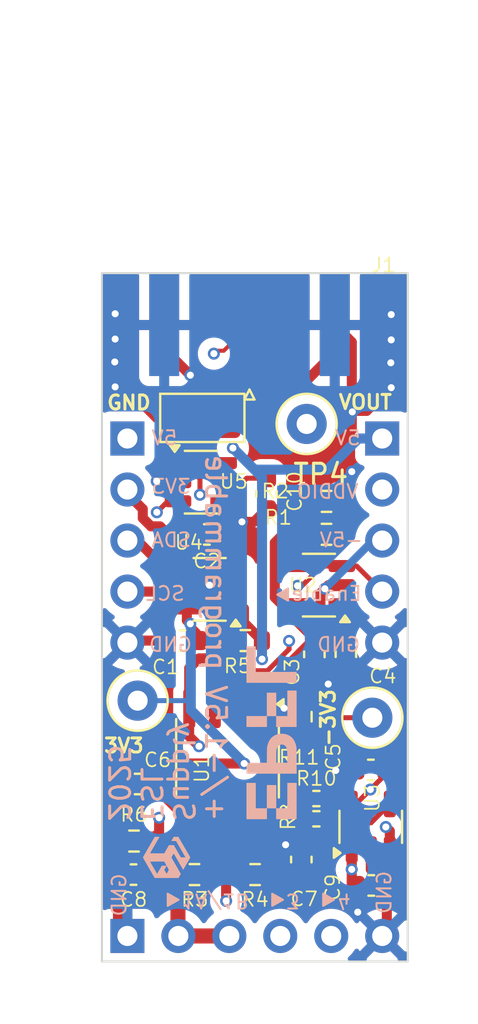
<source format=kicad_pcb>
(kicad_pcb (version 20241229) (generator "pcbnew") (generator_version "9.0")
  (layers (0 "F.Cu" signal) (4 "In1.Cu" signal) (6 "In2.Cu" signal) (2 "B.Cu" signal) (13 "F.Paste" user) (15 "B.Paste" user) (5 "F.SilkS" user "F.Silkscreen") (7 "B.SilkS" user "B.Silkscreen") (1 "F.Mask" user) (3 "B.Mask" user) (25 "Edge.Cuts" user))
  (net 0 "")
  (net 1 "GND")
  (net 2 "/3.3V")
  (net 3 "/enable")
  (net 4 "/5V")
  (net 5 "/-3.3VA")
  (net 6 "/-5V")
  (net 7 "/3.3VA")
  (net 8 "/V_bias")
  (net 9 "Net-(U2-FB)")
  (net 10 "Net-(U1-FB)")
  (net 11 "/DAC_out")
  (net 12 "Net-(U3-FB)")
  (net 14 "/SCL")
  (net 15 "/SDA")
  (net 17 "/Vout_B")
  (net 19 "/Vout_diff")
  (footprint "Resistor_SMD:R_0603_1608Metric" (layer "F.Cu") (at 92.165 65.28 180)
    (property "Reference" "R2" (at 2.555 0.51 0) (layer "F.SilkS") (effects (font (size 0.7 0.7) (thickness 0.0875))))
    (property "Value" "38.3k" (hide yes))
    (pad "1" smd roundrect (at -0.825 0 180) (size 0.8 0.95) (layers "F.Cu" "F.Mask" "F.Paste") (net 9 "Net-(U2-FB)"))
    (pad "2" smd roundrect (at 0.825 0 180) (size 0.8 0.95) (layers "F.Cu" "F.Mask" "F.Paste") (net 1 "GND"))
  )
  (footprint "Package_SO:SOIC-8_3.9x4.9mm_P1.27mm" (layer "F.Cu") (at 87.23 78.068 -90)
    (property "Reference" "U1" (at 0.532 1.28 270) (layer "F.SilkS") (effects (font (size 0.7 0.7) (thickness 0.0875))))
    (property "Value" "LT1118")
    (pad "1" smd roundrect (at -2.475 -1.905 270) (size 1.95 0.6) (layers "F.Cu" "F.Mask" "F.Paste") (net 5 "/-3.3VA"))
    (pad "2" smd roundrect (at -2.475 -0.635 270) (size 1.95 0.6) (layers "F.Cu" "F.Mask" "F.Paste"))
    (pad "3" smd roundrect (at -2.475 0.635 270) (size 1.95 0.6) (layers "F.Cu" "F.Mask" "F.Paste") (net 3 "/enable"))
    (pad "4" smd roundrect (at -2.475 1.905 270) (size 1.95 0.6) (layers "F.Cu" "F.Mask" "F.Paste") (net 10 "Net-(U1-FB)"))
    (pad "5" smd roundrect (at 2.475 1.905 270) (size 1.95 0.6) (layers "F.Cu" "F.Mask" "F.Paste") (net 7 "/3.3VA"))
    (pad "6" smd roundrect (at 2.475 0.635 270) (size 1.95 0.6) (layers "F.Cu" "F.Mask" "F.Paste") (net 8 "/V_bias"))
    (pad "7" smd roundrect (at 2.475 -0.635 270) (size 1.95 0.6) (layers "F.Cu" "F.Mask" "F.Paste") (net 7 "/3.3VA"))
    (pad "8" smd roundrect (at 2.475 -1.905 270) (size 1.95 0.6) (layers "F.Cu" "F.Mask" "F.Paste") (net 5 "/-3.3VA"))
  )
  (footprint "TestPoint:TestPoint_Loop_D1.80mm_Drill1.0mm_Beaded" (layer "F.Cu") (at 82.75 75.2)
    (property "Reference" "TP1" (hide yes))
    (property "Value" "5029")
    (pad "1" thru_hole circle (at 0 0) (size 2 2) (drill 1) (layers "*.Cu" "*.Mask") (net 7 "/3.3VA"))
  )
  (footprint "Resistor_SMD:R_0402_1005Metric" (layer "F.Cu") (at 91.66 80.075 180)
    (property "Reference" "R10" (at 0 1 0) (layer "F.SilkS") (effects (font (size 0.7 0.7) (thickness 0.0875))))
    (property "Value" "100k")
    (pad "1" smd roundrect (at -0.51 0 180) (size 0.54 0.64) (layers "F.Cu" "F.Mask" "F.Paste") (net 7 "/3.3VA"))
    (pad "2" smd roundrect (at 0.51 0 180) (size 0.54 0.64) (layers "F.Cu" "F.Mask" "F.Paste") (net 12 "Net-(U3-FB)"))
  )
  (footprint "Capacitor_SMD:C_0603_1608Metric" (layer "F.Cu") (at 82.545 83.86 180)
    (property "Reference" "C8" (at -0.005 -1.24 0) (layer "F.SilkS") (effects (font (size 0.7 0.7) (thickness 0.0875))))
    (property "Value" "10u" (hide yes))
    (pad "1" smd roundrect (at -0.775 0 180) (size 0.9 0.95) (layers "F.Cu" "F.Mask" "F.Paste") (net 8 "/V_bias"))
    (pad "2" smd roundrect (at 0.775 0 180) (size 0.9 0.95) (layers "F.Cu" "F.Mask" "F.Paste") (net 1 "GND"))
  )
  (footprint "Resistor_SMD:R_0603_1608Metric" (layer "F.Cu") (at 90.9 76 90)
    (property "Reference" "R11" (at -2.025 -0.1 180) (layer "F.SilkS") (effects (font (size 0.7 0.7) (thickness 0.0875))))
    (property "Value" "10k")
    (pad "1" smd roundrect (at -0.825 0 90) (size 0.8 0.95) (layers "F.Cu" "F.Mask" "F.Paste") (net 5 "/-3.3VA"))
    (pad "2" smd roundrect (at 0.825 0 90) (size 0.8 0.95) (layers "F.Cu" "F.Mask" "F.Paste") (net 1 "GND"))
  )
  (footprint "heep-footprints:chewing-gum-pcb" (layer "F.Cu") (at 80.97 88.185)
    (property "Reference" "CG1" (hide yes))
    (property "Value" "BOARD_CONNECTOR" (hide yes))
    (fp_line (start 0 -27.94) (end 0 0) (stroke (width 0.1)) (layer "Edge.Cuts"))
    (fp_line (start 0 0) (end 15.24 0) (stroke (width 0.1)) (layer "Edge.Cuts"))
    (fp_line (start 15.24 0) (end 15.24 -27.94) (stroke (width 0.1)) (layer "Edge.Cuts"))
    (fp_text user "▶1A/1B" (at 3.048 -3.429 180) (layer "B.SilkS") (effects (font (size 0.7 0.7) (thickness 0.1)) (justify left bottom mirror)))
    (fp_text user "Enable▶" (at 8.509 -17.907 0) (layer "B.SilkS") (effects (font (size 0.7 0.7) (thickness 0.1)) (justify right bottom mirror)))
    (fp_text user "-5V" (at 10.795 -20.574 0) (layer "B.SilkS") (effects (font (size 0.7 0.7) (thickness 0.1)) (justify right bottom mirror)))
    (fp_text user "5V" (at 2.413 -25.654 0) (layer "B.SilkS") (effects (font (size 0.7 0.7) (thickness 0.1)) (justify right bottom mirror)))
    (fp_text user "SDA" (at 2.413 -20.574 0) (layer "B.SilkS") (effects (font (size 0.7 0.7) (thickness 0.1)) (justify right bottom mirror)))
    (fp_text user "VDDIO" (at 9.652 -22.987 0) (layer "B.SilkS") (effects (font (size 0.7 0.7) (thickness 0.1)) (justify right bottom mirror)))
    (fp_text user "GND" (at 2.286 -15.367 0) (layer "B.SilkS") (effects (font (size 0.7 0.7) (thickness 0.1)) (justify right bottom mirror)))
    (fp_text user "GND" (at 1.27 -4.445 90) (layer "B.SilkS") (effects (font (size 0.7 0.7) (thickness 0.1)) (justify left bottom mirror)))
    (fp_text user "▶3" (at 8.255 -3.429 180) (layer "B.SilkS") (effects (font (size 0.7 0.7) (thickness 0.1)) (justify left bottom mirror)))
    (fp_text user "SCL" (at 4.191 -17.907 0) (layer "B.SilkS") (effects (font (size 0.7 0.7) (thickness 0.1)) (justify left bottom mirror)))
    (fp_text user "GND" (at 10.668 -15.367 0) (layer "B.SilkS") (effects (font (size 0.7 0.7) (thickness 0.1)) (justify right bottom mirror)))
    (fp_text user "5V" (at 11.557 -25.654 0) (layer "B.SilkS") (effects (font (size 0.7 0.7) (thickness 0.1)) (justify right bottom mirror)))
    (fp_text user "▶4" (at 10.795 -3.429 180) (layer "B.SilkS") (effects (font (size 0.7 0.7) (thickness 0.1)) (justify left bottom mirror)))
    (fp_text user "3V3" (at 2.413 -23.241 0) (layer "B.SilkS") (effects (font (size 0.7 0.7) (thickness 0.1)) (justify right bottom mirror)))
    (fp_text user "GND" (at 14.478 -4.572 90) (layer "B.SilkS") (effects (font (size 0.7 0.7) (thickness 0.1)) (justify left bottom mirror)))
    (pad "A1" thru_hole rect (at 1.27 -26.035 90) (size 1.7 1.7) (drill 1) (layers "*.Cu" "*.Mask") (net 4 "/5V"))
    (pad "A2" thru_hole circle (at 1.27 -23.495 90) (size 1.7 1.7) (drill 1) (layers "*.Cu" "*.Mask") (net 2 "/3.3V"))
    (pad "A3" thru_hole circle (at 1.27 -20.955 90) (size 1.7 1.7) (drill 1) (layers "*.Cu" "*.Mask") (net 15 "/SDA"))
    (pad "A4" thru_hole circle (at 1.27 -18.415 90) (size 1.7 1.7) (drill 1) (layers "*.Cu" "*.Mask") (net 14 "/SCL"))
    (pad "A5" thru_hole circle (at 1.27 -15.875 90) (size 1.7 1.7) (drill 1) (layers "*.Cu" "*.Mask") (net 1 "GND"))
    (pad "B1" thru_hole rect (at 13.97 -26.035 90) (size 1.7 1.7) (drill 1) (layers "*.Cu" "*.Mask") (net 4 "/5V"))
    (pad "B2" thru_hole circle (at 13.97 -23.495 90) (size 1.7 1.7) (drill 1) (layers "*.Cu" "*.Mask"))
    (pad "B3" thru_hole circle (at 13.97 -20.955 90) (size 1.7 1.7) (drill 1) (layers "*.Cu" "*.Mask") (net 6 "/-5V"))
    (pad "B4" thru_hole circle (at 13.97 -18.415 90) (size 1.7 1.7) (drill 1) (layers "*.Cu" "*.Mask") (net 3 "/enable"))
    (pad "B5" thru_hole circle (at 13.97 -15.875 90) (size 1.7 1.7) (drill 1) (layers "*.Cu" "*.Mask") (net 1 "GND"))
    (pad "C1" thru_hole rect (at 1.27 -1.27) (size 1.7 1.7) (drill 1) (layers "*.Cu" "*.Mask") (net 1 "GND"))
    (pad "C2" thru_hole circle (at 3.81 -1.27) (size 1.7 1.7) (drill 1) (layers "*.Cu" "*.Mask") (net 8 "/V_bias"))
    (pad "C3" thru_hole circle (at 6.35 -1.27) (size 1.7 1.7) (drill 1) (layers "*.Cu" "*.Mask") (net 8 "/V_bias"))
    (pad "C4" thru_hole circle (at 8.89 -1.27) (size 1.7 1.7) (drill 1) (layers "*.Cu" "*.Mask") (net 19 "/Vout_diff"))
    (pad "C5" thru_hole circle (at 11.43 -1.27) (size 1.7 1.7) (drill 1) (layers "*.Cu" "*.Mask") (net 17 "/Vout_B"))
    (pad "C6" thru_hole circle (at 13.97 -1.27) (size 1.7 1.7) (drill 1) (layers "*.Cu" "*.Mask") (net 1 "GND"))
  )
  (footprint "TestPoint:TestPoint_Loop_D1.80mm_Drill1.0mm_Beaded" (layer "F.Cu") (at 91.175 61.425)
    (property "Reference" "TP4" (at 0.7 2.5 0) (layer "F.SilkS"))
    (property "Value" "5029")
    (pad "1" thru_hole circle (at 0 0) (size 2 2) (drill 1) (layers "*.Cu" "*.Mask") (net 8 "/V_bias"))
  )
  (footprint "Resistor_SMD:R_0603_1608Metric" (layer "F.Cu") (at 92.165 66.92)
    (property "Reference" "R1" (at -2.4 -0.84 0) (layer "F.SilkS") (effects (font (size 0.7 0.7) (thickness 0.0875))))
    (property "Value" "68.1k" (hide yes))
    (pad "1" smd roundrect (at -0.825 0) (size 0.8 0.95) (layers "F.Cu" "F.Mask" "F.Paste") (net 5 "/-3.3VA"))
    (pad "2" smd roundrect (at 0.825 0) (size 0.8 0.95) (layers "F.Cu" "F.Mask" "F.Paste") (net 9 "Net-(U2-FB)"))
  )
  (footprint "Capacitor_SMD:C_0603_1608Metric" (layer "F.Cu") (at 91.56 72.895 -90)
    (property "Reference" "C3" (at 0.88 1.11 90) (layer "F.SilkS") (effects (font (size 0.7 0.7) (thickness 0.0875))))
    (property "Value" "2.2u" (hide yes))
    (pad "1" smd roundrect (at -0.775 0 270) (size 0.9 0.95) (layers "F.Cu" "F.Mask" "F.Paste") (net 5 "/-3.3VA"))
    (pad "2" smd roundrect (at 0.775 0 270) (size 0.9 0.95) (layers "F.Cu" "F.Mask" "F.Paste") (net 1 "GND"))
  )
  (footprint "Connector_Coaxial:SMA_Amphenol_132289_EdgeMount" (layer "F.Cu") (at 88.325 56.5 90)
    (property "Reference" "J1" (at 2.98 6.69 0) (layer "F.SilkS") (effects (font (size 0.7 0.7) (thickness 0.0875))))
    (property "Value" "Conn_Coaxial")
    (pad "1" smd rect (at 0 0 180) (size 1.5 5.08) (layers "F.Cu" "F.Mask" "F.Paste") (net 8 "/V_bias"))
    (pad "2" smd rect (at 0 -4.25 180) (size 1.5 5.08) (layers "F.Cu" "F.Mask" "F.Paste") (net 1 "GND"))
    (pad "2" smd rect (at 0 -4.25 180) (size 1.5 5.08) (layers "B.Cu" "B.Mask" "B.Paste") (net 1 "GND"))
    (pad "2" smd rect (at 0 4.25 180) (size 1.5 5.08) (layers "F.Cu" "F.Mask" "F.Paste") (net 1 "GND"))
    (pad "2" smd rect (at 0 4.25 180) (size 1.5 5.08) (layers "B.Cu" "B.Mask" "B.Paste") (net 1 "GND"))
  )
  (footprint "Capacitor_SMD:C_0603_1608Metric" (layer "F.Cu") (at 94.395 84.4)
    (property "Reference" "C9" (at -1.92 0.1 270) (layer "F.SilkS") (effects (font (size 0.7 0.7) (thickness 0.0875))))
    (property "Value" "10u" (hide yes))
    (pad "1" smd roundrect (at -0.775 0) (size 0.9 0.95) (layers "F.Cu" "F.Mask" "F.Paste") (net 4 "/5V"))
    (pad "2" smd roundrect (at 0.775 0) (size 0.9 0.95) (layers "F.Cu" "F.Mask" "F.Paste") (net 1 "GND"))
  )
  (footprint "Capacitor_SMD:C_0603_1608Metric" (layer "F.Cu") (at 90.91 83.11 90)
    (property "Reference" "C7" (at -1.965 0.14 0) (layer "F.SilkS") (effects (font (size 0.7 0.7) (thickness 0.0875))))
    (property "Value" "10u" (hide yes))
    (pad "1" smd roundrect (at -0.775 0 90) (size 0.9 0.95) (layers "F.Cu" "F.Mask" "F.Paste") (net 5 "/-3.3VA"))
    (pad "2" smd roundrect (at 0.775 0 90) (size 0.9 0.95) (layers "F.Cu" "F.Mask" "F.Paste") (net 1 "GND"))
  )
  (footprint "Resistor_SMD:R_0603_1608Metric" (layer "F.Cu") (at 88.12 72.21)
    (property "Reference" "R5" (at -0.395 1.265 180) (layer "F.SilkS") (effects (font (size 0.7 0.7) (thickness 0.0875))))
    (property "Value" "53.6k" (hide yes))
    (pad "1" smd roundrect (at -0.825 0) (size 0.8 0.95) (layers "F.Cu" "F.Mask" "F.Paste") (net 10 "Net-(U1-FB)"))
    (pad "2" smd roundrect (at 0.825 0) (size 0.8 0.95) (layers "F.Cu" "F.Mask" "F.Paste") (net 11 "/DAC_out"))
  )
  (footprint "Capacitor_SMD:C_0603_1608Metric" (layer "F.Cu") (at 86.2 66.925)
    (property "Reference" "C2" (at 0 1.33 0) (layer "F.SilkS") (effects (font (size 0.7 0.7) (thickness 0.0875))))
    (property "Value" "0.1u" (hide yes))
    (pad "1" smd roundrect (at -0.775 0) (size 0.9 0.95) (layers "F.Cu" "F.Mask" "F.Paste") (net 2 "/3.3V"))
    (pad "2" smd roundrect (at 0.775 0) (size 0.9 0.95) (layers "F.Cu" "F.Mask" "F.Paste") (net 1 "GND"))
  )
  (footprint "TestPoint:TestPoint_Keystone_5019_Miniature" (layer "F.Cu") (at 85.975 61.125)
    (property "Reference" "TP3" (hide yes))
    (property "Value" "5029")
    (pad "1" smd roundrect (at 0 0) (size 3.8 2) (layers "F.Cu" "F.Mask" "F.Paste") (roundrect_rratio 0.125) (net 1 "GND"))
  )
  (footprint "TestPoint:TestPoint_Loop_D1.80mm_Drill1.0mm_Beaded" (layer "F.Cu") (at 94.45 76.05)
    (property "Reference" "TP2" (hide yes))
    (property "Value" "5029")
    (pad "1" thru_hole circle (at 0 0) (size 2 2) (drill 1) (layers "*.Cu" "*.Mask") (net 5 "/-3.3VA"))
  )
  (footprint "Package_TO_SOT_SMD:TSOT-23-6" (layer "F.Cu") (at 86.34 69.66 180)
    (property "Reference" "U4" (at 1.04 2.335 180) (layer "F.SilkS") (effects (font (size 0.7 0.7) (thickness 0.0875))))
    (property "Value" "MCP4726")
    (pad "1" smd roundrect (at -1.1375 -0.95 180) (size 1.325 0.6) (layers "F.Cu" "F.Mask" "F.Paste") (net 11 "/DAC_out"))
    (pad "2" smd roundrect (at -1.1375 0 180) (size 1.325 0.6) (layers "F.Cu" "F.Mask" "F.Paste") (net 1 "GND"))
    (pad "3" smd roundrect (at -1.1375 0.95 180) (size 1.325 0.6) (layers "F.Cu" "F.Mask" "F.Paste") (net 2 "/3.3V"))
    (pad "4" smd roundrect (at 1.1375 0.95 180) (size 1.325 0.6) (layers "F.Cu" "F.Mask" "F.Paste") (net 15 "/SDA"))
    (pad "5" smd roundrect (at 1.1375 0 180) (size 1.325 0.6) (layers "F.Cu" "F.Mask" "F.Paste") (net 14 "/SCL"))
    (pad "6" smd roundrect (at 1.1375 -0.95 180) (size 1.325 0.6) (layers "F.Cu" "F.Mask" "F.Paste") (net 7 "/3.3VA"))
  )
  (footprint "Resistor_SMD:R_0603_1608Metric" (layer "F.Cu") (at 85.585 83.86)
    (property "Reference" "R3" (at 0.015 1.24 0) (layer "F.SilkS") (effects (font (size 0.7 0.7) (thickness 0.0875))))
    (property "Value" "53.6k" (hide yes))
    (pad "1" smd roundrect (at -0.825 0) (size 0.8 0.95) (layers "F.Cu" "F.Mask" "F.Paste") (net 8 "/V_bias"))
    (pad "2" smd roundrect (at 0.825 0) (size 0.8 0.95) (layers "F.Cu" "F.Mask" "F.Paste") (net 10 "Net-(U1-FB)"))
  )
  (footprint "Resistor_SMD:R_0402_1005Metric" (layer "F.Cu") (at 91.66 81.0825 180)
    (property "Reference" "R8" (at 1.41 0.1075 90) (layer "F.SilkS") (effects (font (size 0.7 0.7) (thickness 0.0875))))
    (property "Value" "20k")
    (pad "1" smd roundrect (at -0.51 0 180) (size 0.54 0.64) (layers "F.Cu" "F.Mask" "F.Paste") (net 12 "Net-(U3-FB)"))
    (pad "2" smd roundrect (at 0.51 0 180) (size 0.54 0.64) (layers "F.Cu" "F.Mask" "F.Paste") (net 1 "GND"))
  )
  (footprint "Package_TO_SOT_SMD:SOT-23-5" (layer "F.Cu") (at 91.7875 69.45 180)
    (property "Reference" "U2" (at 0.8 0 0) (layer "F.SilkS") (effects (font (size 0.7 0.7) (thickness 0.0875))))
    (property "Value" "TPS72301" (hide yes))
    (pad "1" smd roundrect (at -1.1375 -0.95 180) (size 1.325 0.6) (layers "F.Cu" "F.Mask" "F.Paste") (net 1 "GND"))
    (pad "2" smd roundrect (at -1.1375 0 180) (size 1.325 0.6) (layers "F.Cu" "F.Mask" "F.Paste") (net 6 "/-5V"))
    (pad "3" smd roundrect (at -1.1375 0.95 180) (size 1.325 0.6) (layers "F.Cu" "F.Mask" "F.Paste") (net 3 "/enable"))
    (pad "4" smd roundrect (at 1.1375 0.95 180) (size 1.325 0.6) (layers "F.Cu" "F.Mask" "F.Paste") (net 9 "Net-(U2-FB)"))
    (pad "5" smd roundrect (at 1.1375 -0.95 180) (size 1.325 0.6) (layers "F.Cu" "F.Mask" "F.Paste") (net 5 "/-3.3VA"))
  )
  (footprint "Package_TO_SOT_SMD:SOT-23-5" (layer "F.Cu") (at 94.37 81.4825 90)
    (property "Reference" "U3" (at 1.4325 0.08 90) (layer "F.SilkS") (effects (font (size 0.7 0.7) (thickness 0.0875))))
    (property "Value" "TLV75801PDBV" (hide yes))
    (pad "1" smd roundrect (at -1.1375 -0.95 90) (size 1.325 0.6) (layers "F.Cu" "F.Mask" "F.Paste") (net 4 "/5V"))
    (pad "2" smd roundrect (at -1.1375 0 90) (size 1.325 0.6) (layers "F.Cu" "F.Mask" "F.Paste") (net 1 "GND"))
    (pad "3" smd roundrect (at -1.1375 0.95 90) (size 1.325 0.6) (layers "F.Cu" "F.Mask" "F.Paste") (net 3 "/enable"))
    (pad "4" smd roundrect (at 1.1375 0.95 90) (size 1.325 0.6) (layers "F.Cu" "F.Mask" "F.Paste") (net 12 "Net-(U3-FB)"))
    (pad "5" smd roundrect (at 1.1375 -0.95 90) (size 1.325 0.6) (layers "F.Cu" "F.Mask" "F.Paste") (net 7 "/3.3VA"))
  )
  (footprint "Capacitor_SMD:C_0603_1608Metric" (layer "F.Cu") (at 82.75 79.35 180)
    (property "Reference" "C6" (at -1 1.2 0) (layer "F.SilkS") (effects (font (size 0.7 0.7) (thickness 0.0875))))
    (property "Value" "10u" (hide yes))
    (pad "1" smd roundrect (at -0.775 0 180) (size 0.9 0.95) (layers "F.Cu" "F.Mask" "F.Paste") (net 7 "/3.3VA"))
    (pad "2" smd roundrect (at 0.775 0 180) (size 0.9 0.95) (layers "F.Cu" "F.Mask" "F.Paste") (net 1 "GND"))
  )
  (footprint "Capacitor_SMD:C_0603_1608Metric" (layer "F.Cu") (at 94.375 78.65 180)
    (property "Reference" "C5" (at 1.875 0.65 90) (layer "F.SilkS") (effects (font (size 0.7 0.7) (thickness 0.0875))))
    (property "Value" "2.2u")
    (pad "1" smd roundrect (at -0.775 0 180) (size 0.9 0.95) (layers "F.Cu" "F.Mask" "F.Paste") (net 7 "/3.3VA"))
    (pad "2" smd roundrect (at 0.775 0 180) (size 0.9 0.95) (layers "F.Cu" "F.Mask" "F.Paste") (net 1 "GND"))
  )
  (footprint "Resistor_SMD:R_0603_1608Metric" (layer "F.Cu") (at 88.605 83.86)
    (property "Reference" "R4" (at -0.005 1.24 0) (layer "F.SilkS") (effects (font (size 0.7 0.7) (thickness 0.0875))))
    (property "Value" "11.3k" (hide yes))
    (pad "1" smd roundrect (at -0.825 0) (size 0.8 0.95) (layers "F.Cu" "F.Mask" "F.Paste") (net 10 "Net-(U1-FB)"))
    (pad "2" smd roundrect (at 0.825 0) (size 0.8 0.95) (layers "F.Cu" "F.Mask" "F.Paste") (net 5 "/-3.3VA"))
  )
  (footprint "Capacitor_SMD:C_0603_1608Metric" (layer "F.Cu") (at 89.175 64.9 -90)
    (property "Reference" "C10" (at -0.115 -1.4 90) (layer "F.SilkS") (effects (font (size 0.7 0.7) (thickness 0.0875))))
    (property "Value" "0.1u" (hide yes))
    (pad "1" smd roundrect (at -0.775 0 270) (size 0.9 0.95) (layers "F.Cu" "F.Mask" "F.Paste") (net 2 "/3.3V"))
    (pad "2" smd roundrect (at 0.775 0 270) (size 0.9 0.95) (layers "F.Cu" "F.Mask" "F.Paste") (net 1 "GND"))
  )
  (footprint "Resistor_SMD:R_0603_1608Metric" (layer "F.Cu") (at 82.57 82.19 180)
    (property "Reference" "R6" (at 0 1.32 0) (layer "F.SilkS") (effects (font (size 0.7 0.7) (thickness 0.0875))))
    (property "Value" "10k" (hide yes))
    (pad "1" smd roundrect (at -0.825 0 180) (size 0.8 0.95) (layers "F.Cu" "F.Mask" "F.Paste") (net 8 "/V_bias"))
    (pad "2" smd roundrect (at 0.825 0 180) (size 0.8 0.95) (layers "F.Cu" "F.Mask" "F.Paste") (net 1 "GND"))
  )
  (footprint "Package_TO_SOT_SMD:SOT-23-5" (layer "F.Cu") (at 85.9 64.325)
    (property "Reference" "U5" (at 1.6425 -0.035 0) (layer "F.SilkS") (effects (font (size 0.7 0.7) (thickness 0.0875))))
    (property "Value" "24AA02E-OT" (hide yes))
    (pad "1" smd roundrect (at -1.1375 -0.95) (size 1.325 0.6) (layers "F.Cu" "F.Mask" "F.Paste") (net 14 "/SCL"))
    (pad "2" smd roundrect (at -1.1375 0) (size 1.325 0.6) (layers "F.Cu" "F.Mask" "F.Paste") (net 1 "GND"))
    (pad "3" smd roundrect (at -1.1375 0.95) (size 1.325 0.6) (layers "F.Cu" "F.Mask" "F.Paste") (net 15 "/SDA"))
    (pad "4" smd roundrect (at 1.1375 0.95) (size 1.325 0.6) (layers "F.Cu" "F.Mask" "F.Paste") (net 2 "/3.3V"))
    (pad "5" smd roundrect (at 1.1375 -0.95) (size 1.325 0.6) (layers "F.Cu" "F.Mask" "F.Paste"))
  )
  (footprint "Capacitor_SMD:C_0603_1608Metric" (layer "F.Cu") (at 84.985 72.21 180)
    (property "Reference" "C1" (at 0.835 -1.315 0) (layer "F.SilkS") (effects (font (size 0.7 0.7) (thickness 0.0875))))
    (property "Value" "0.1u" (hide yes))
    (pad "1" smd roundrect (at -0.775 0 180) (size 0.9 0.95) (layers "F.Cu" "F.Mask" "F.Paste") (net 7 "/3.3VA"))
    (pad "2" smd roundrect (at 0.775 0 180) (size 0.9 0.95) (layers "F.Cu" "F.Mask" "F.Paste") (net 1 "GND"))
  )
  (footprint "Capacitor_SMD:C_0603_1608Metric" (layer "F.Cu") (at 93.13 72.885 -90)
    (property "Reference" "C4" (at 1.095 -1.84 180) (layer "F.SilkS") (effects (font (size 0.7 0.7) (thickness 0.0875))))
    (property "Value" "10u" (hide yes))
    (pad "1" smd roundrect (at -0.775 0 270) (size 0.9 0.95) (layers "F.Cu" "F.Mask" "F.Paste") (net 6 "/-5V"))
    (pad "2" smd roundrect (at 0.775 0 270) (size 0.9 0.95) (layers "F.Cu" "F.Mask" "F.Paste") (net 1 "GND"))
  )
  (footprint "heep-footprints:ESL_3x3" (layer "B.Cu") (at 84.175 82.975 90)
    (property "Reference" "G***" (hide yes))
    (property "Value" "LOGO" (hide yes))
  )
  (footprint "heep-footprints:EPFL_3x1" (layer "B.Cu") (at 89.425 76.8 90)
    (property "Reference" "G***" (hide yes))
    (property "Value" "LOGO" (hide yes))
  )
  (gr_line (start 80.97 53.92) (end 96.21 53.92) (stroke (width 0.1)) (layer "Edge.Cuts"))
  (gr_line (start 96.21 60.245) (end 96.21 53.92) (stroke (width 0.1)) (layer "Edge.Cuts"))
  (gr_line (start 80.97 60.245) (end 80.97 53.92) (stroke (width 0.1)) (layer "Edge.Cuts"))
  (gr_text "3V3" (at 81 77.85 0) (layer "F.SilkS") (effects (font (size 0.7 0.7)) (justify left bottom)))
  (gr_text "GND" (at 81.15 60.775 0) (layer "F.SilkS") (effects (font (size 0.7 0.7)) (justify left bottom)))
  (gr_text "VOUT" (at 92.7 60.75 0) (layer "F.SilkS") (effects (font (size 0.7 0.7)) (justify left bottom)))
  (gr_text "-3V3" (at 92.65 77.55 90) (layer "F.SilkS") (effects (font (size 0.7 0.7)) (justify left bottom)))
  (gr_text "+/-1.5V programmable \nSupply\nESL\n2025" (at 81.225 81.3 270) (layer "B.SilkS") (effects (font (size 1 1)) (justify left bottom mirror)))
  (segment (start 93.6 78.65) (end 92.65 78.65) (width 0.25) (layer "F.Cu") (net 1))
  (segment (start 93.45 60.825) (end 94.185 60.825) (width 0.4) (layer "F.Cu") (net 1))
  (segment (start 91.82 64.8) (end 91.34 65.28) (width 0.5) (layer "F.Cu") (net 1))
  (segment (start 92.925 70.4) (end 93.03 70.4) (width 0.5) (layer "F.Cu") (net 1))
  (segment (start 91.82 63.33) (end 91.82 64.8) (width 0.5) (layer "F.Cu") (net 1))
  (segment (start 90.33 65.28) (end 91.34 65.28) (width 0.5) (layer "F.Cu") (net 1))
  (segment (start 90.9 75.175) (end 90.45 75.175) (width 0.5) (layer "F.Cu") (net 1))
  (segment (start 86.54 69.66) (end 86.33 69.45) (width 0.25) (layer "F.Cu") (net 1))
  (segment (start 90.91 82.335) (end 90.165 82.335) (width 0.25) (layer "F.Cu") (net 1))
  (segment (start 89.175 65.675) (end 89.935 65.675) (width 0.5) (layer "F.Cu") (net 1))
  (segment (start 94.185 60.825) (end 95.39 59.62) (width 0.4) (layer "F.Cu") (net 1))
  (segment (start 92.65 78.65) (end 92.625 78.675) (width 0.25) (layer "F.Cu") (net 1))
  (segment (start 92.415 74.375) (end 93.13 73.66) (width 0.25) (layer "F.Cu") (net 1))
  (segment (start 82.34 72.21) (end 82.24 72.31) (width 0.5) (layer "F.Cu") (net 1))
  (segment (start 86.697 61.125) (end 83.7 61.125) (width 0.5) (layer "F.Cu") (net 1))
  (segment (start 83.7 61.125) (end 82.155 59.58) (width 0.5) (layer "F.Cu") (net 1))
  (segment (start 94.37 83.6) (end 95.17 84.4) (width 0.5) (layer "F.Cu") (net 1))
  (segment (start 81.975 79.35) (end 81.975 81.96) (width 0.5) (layer "F.Cu") (net 1))
  (segment (start 87.175 67.125) (end 86.85 67.125) (width 0.25) (layer "F.Cu") (net 1))
  (segment (start 91.56 73.67) (end 91.56 73.685) (width 0.5) (layer "F.Cu") (net 1))
  (segment (start 90.45 75.175) (end 90.05 75.575) (width 0.5) (layer "F.Cu") (net 1))
  (segment (start 93.59 73.66) (end 94.94 72.31) (width 0.5) (layer "F.Cu") (net 1))
  (segment (start 89.935 65.675) (end 90.33 65.28) (width 0.5) (layer "F.Cu") (net 1))
  (segment (start 87.95 66.3) (end 88.55 66.3) (width 0.5) (layer "F.Cu") (net 1))
  (segment (start 87.4775 69.66) (end 86.54 69.66) (width 0.25) (layer "F.Cu") (net 1))
  (segment (start 92.925 70.4) (end 93.28 70.4) (width 0.5) (layer "F.Cu") (net 1))
  (segment (start 84.075 57.695) (end 87.101 60.721) (width 0.5) (layer "F.Cu") (net 1))
  (segment (start 91.56 73.67) (end 93.12 73.67) (width 0.5) (layer "F.Cu") (net 1))
  (segment (start 81.745 82.19) (end 81.745 83.835) (width 0.5) (layer "F.Cu") (net 1))
  (segment (start 93.13 73.66) (end 93.59 73.66) (width 0.5) (layer "F.Cu") (net 1))
  (segment (start 92.25 74.375) (end 92.415 74.375) (width 0.25) (layer "F.Cu") (net 1))
  (segment (start 91.56 73.67) (end 91.56 74.515) (width 0.5) (layer "F.Cu") (net 1))
  (segment (start 88.55 66.3) (end 89.175 65.675) (width 0.5) (layer "F.Cu") (net 1))
  (segment (start 91.15 81.0825) (end 91.15 82.095) (width 0.25) (layer "F.Cu") (net 1))
  (segment (start 95.17 84.4) (end 95.17 86.685) (width 0.5) (layer "F.Cu") (net 1))
  (segment (start 81.77 86.445) (end 82.24 86.915) (width 0.5) (layer "F.Cu") (net 1))
  (segment (start 91.15 82.095) (end 90.91 82.335) (width 0.25) (layer "F.Cu") (net 1))
  (segment (start 91.56 73.685) (end 92.25 74.375) (width 0.5) (layer "F.Cu") (net 1))
  (segment (start 84.7625 64.325) (end 83.75 64.325) (width 0.25) (layer "F.Cu") (net 1))
  (segment (start 87.984112 59.75) (end 88.991 59.75) (width 0.5) (layer "F.Cu") (net 1))
  (segment (start 91.82 63.33) (end 91.82 63.32) (width 0.5) (layer "F.Cu") (net 1))
  (segment (start 93.425 61.715) (end 93.425 57.35) (width 0.5) (layer "F.Cu") (net 1))
  (segment (start 95.17 86.685) (end 94.94 86.915) (width 0.5) (layer "F.Cu") (net 1))
  (segment (start 90.165 82.335) (end 90.125 82.375) (width 0.25) (layer "F.Cu") (net 1))
  (segment (start 81.745 83.835) (end 81.77 83.86) (width 0.5) (layer "F.Cu") (net 1))
  (segment (start 82.155 59.58) (end 81.63 59.58) (width 0.5) (layer "F.Cu") (net 1))
  (segment (start 93.03 70.4) (end 94.94 72.31) (width 0.5) (layer "F.Cu") (net 1))
  (segment (start 83.75 64.325) (end 83.7 64.275) (width 0.25) (layer "F.Cu") (net 1))
  (segment (start 93.12 73.67) (end 93.13 73.66) (width 0.5) (layer "F.Cu") (net 1))
  (segment (start 92.575 57.865) (end 92.575 56.5) (width 0.5) (layer "F.Cu") (net 1))
  (segment (start 87.013112 60.721) (end 87.984112 59.75) (width 0.5) (layer "F.Cu") (net 1))
  (segment (start 87.101 60.721) (end 86.697 61.125) (width 0.5) (layer "F.Cu") (net 1))
  (segment (start 88.991 59.75) (end 90.69 59.75) (width 0.5) (layer "F.Cu") (net 1))
  (segment (start 81.975 81.96) (end 81.745 82.19) (width 0.5) (layer "F.Cu") (net 1))
  (segment (start 81.77 83.86) (end 81.77 86.445) (width 0.5) (layer "F.Cu") (net 1))
  (segment (start 91.82 63.32) (end 93.425 61.715) (width 0.5) (layer "F.Cu") (net 1))
  (segment (start 84.075 56.5) (end 84.075 57.695) (width 0.5) (layer "F.Cu") (net 1))
  (segment (start 90.69 59.75) (end 92.575 57.865) (width 0.5) (layer "F.Cu") (net 1))
  (segment (start 93.425 57.35) (end 92.575 56.5) (width 0.5) (layer "F.Cu") (net 1))
  (segment (start 84.11 72.31) (end 84.21 72.21) (width 0.5) (layer "F.Cu") (net 1))
  (segment (start 84.21 72.21) (end 82.34 72.21) (width 0.5) (layer "F.Cu") (net 1))
  (segment (start 91.56 74.515) (end 90.9 75.175) (width 0.5) (layer "F.Cu") (net 1))
  (segment (start 94.37 82.62) (end 94.37 83.6) (width 0.5) (layer "F.Cu") (net 1))
  (via (at 90.05 75.575) (size 0.6) (drill 0.35) (layers "F.Cu" "B.Cu") (net 1))
  (via (at 83.7 64.275) (size 0.6) (drill 0.35) (layers "F.Cu" "B.Cu") (net 1))
  (via (at 85.3775 58.9975) (size 0.6) (drill 0.35) (layers "F.Cu" "B.Cu") (net 1))
  (via (at 93.72 85.73) (size 0.6) (drill 0.35) (layers "F.Cu" "B.Cu") (net 1))
  (via (at 95.37 58.38) (size 0.6) (drill 0.35) (layers "F.Cu" "B.Cu") (net 1))
  (via (at 92.25 74.375) (size 0.6) (drill 0.35) (layers "F.Cu" "B.Cu") (net 1))
  (via (at 86.33 69.45) (size 0.6) (drill 0.35) (layers "F.Cu" "B.Cu") (net 1))
  (via (at 81.63 59.58) (size 0.6) (drill 0.35) (layers "F.Cu" "B.Cu") (net 1))
  (via (at 90.125 82.375) (size 0.6) (drill 0.35) (layers "F.Cu" "B.Cu") (net 1))
  (via (at 95.39 59.62) (size 0.6) (drill 0.35) (layers "F.Cu" "B.Cu") (net 1))
  (via (at 93.425 63.8) (size 0.6) (drill 0.35) (layers "F.Cu" "B.Cu") (net 1))
  (via (at 95.39 55.98) (size 0.6) (drill 0.35) (layers "F.Cu" "B.Cu") (net 1))
  (via (at 81.63 57.2) (size 0.6) (drill 0.35) (layers "F.Cu" "B.Cu") (net 1))
  (via (at 87.95 66.3) (size 0.6) (drill 0.35) (layers "F.Cu" "B.Cu") (net 1))
  (via (at 81.63 55.94) (size 0.6) (drill 0.35) (layers "F.Cu" "B.Cu") (net 1))
  (via (at 93.45 60.825) (size 0.6) (drill 0.35) (layers "F.Cu" "B.Cu") (net 1))
  (via (at 92.625 78.675) (size 0.6) (drill 0.35) (layers "F.Cu" "B.Cu") (net 1))
  (via (at 81.61 58.34) (size 0.6) (drill 0.35) (layers "F.Cu" "B.Cu") (net 1))
  (via (at 95.39 57.24) (size 0.6) (drill 0.35) (layers "F.Cu" "B.Cu") (net 1))
  (segment (start 89.175 64.125) (end 88.1875 64.125) (width 0.25) (layer "F.Cu") (net 2))
  (segment (start 83.006264 66.113117) (end 83.4169 66.523753) (width 0.5) (layer "F.Cu") (net 2))
  (segment (start 87.21 68.71) (end 87.4775 68.71) (width 0.5) (layer "F.Cu") (net 2))
  (segment (start 85.425 66.925) (end 85.425 66.8875) (width 0.5) (layer "F.Cu") (net 2))
  (segment (start 84.27 66.925) (end 85.425 66.925) (width 0.5) (layer "F.Cu") (net 2))
  (segment (start 85.425 66.8875) (end 87.0375 65.275) (width 0.5) (layer "F.Cu") (net 2))
  (segment (start 83.868753 66.523753) (end 84.27 66.925) (width 0.5) (layer "F.Cu") (net 2))
  (segment (start 82.24 64.895) (end 83.006264 65.661264) (width 0.5) (layer "F.Cu") (net 2))
  (segment (start 83.4169 66.523753) (end 83.868753 66.523753) (width 0.5) (layer "F.Cu") (net 2))
  (segment (start 83.006264 65.661264) (end 83.006264 66.113117) (width 0.5) (layer "F.Cu") (net 2))
  (segment (start 88.1875 64.125) (end 87.0375 65.275) (width 0.25) (layer "F.Cu") (net 2))
  (segment (start 82.24 64.69) (end 82.24 64.895) (width 0.5) (layer "F.Cu") (net 2))
  (segment (start 85.425 66.925) (end 87.21 68.71) (width 0.5) (layer "F.Cu") (net 2))
  (segment (start 90.944975 69.480025) (end 91.925 68.5) (width 0.25) (layer "F.Cu") (net 3))
  (segment (start 87.502001 73.711) (end 89.225124 73.711) (width 0.25) (layer "F.Cu") (net 3))
  (segment (start 95.32 82.62) (end 95.32 81.69) (width 0.5) (layer "F.Cu") (net 3))
  (segment (start 86.595 75.593) (end 86.595 74.618001) (width 0.25) (layer "F.Cu") (net 3))
  (segment (start 91.925 68.5) (end 92.925 68.5) (width 0.25) (layer "F.Cu") (net 3))
  (segment (start 89.225124 73.711) (end 90.3 72.636124) (width 0.25) (layer "F.Cu") (net 3))
  (segment (start 90.719975 69.480025) (end 90.944975 69.480025) (width 0.25) (layer "F.Cu") (net 3))
  (segment (start 95.32 81.69) (end 95.12 81.49) (width 0.5) (layer "F.Cu") (net 3))
  (segment (start 94.94 69.77) (end 93.67 68.5) (width 0.25) (layer "F.Cu") (net 3))
  (segment (start 90.3 72.636124) (end 90.3 72.225) (width 0.25) (layer "F.Cu") (net 3))
  (segment (start 86.595 74.618001) (end 87.502001 73.711) (width 0.25) (layer "F.Cu") (net 3))
  (segment (start 93.67 68.5) (end 92.925 68.5) (width 0.25) (layer "F.Cu") (net 3))
  (via (at 95.12 81.49) (size 0.6) (drill 0.35) (layers "F.Cu" "B.Cu") (net 3))
  (via (at 90.3 72.225) (size 0.6) (drill 0.35) (layers "F.Cu" "B.Cu") (net 3))
  (via (at 90.719975 69.480025) (size 0.6) (drill 0.35) (layers "F.Cu" "B.Cu") (net 3))
  (segment (start 93.42 84.2) (end 93.62 84.4) (width 0.5) (layer "F.Cu") (net 4))
  (segment (start 93.42 83.6) (end 93.42 82.62) (width 0.5) (layer "F.Cu") (net 4))
  (segment (start 93.42 82.62) (end 93.42 84.2) (width 0.5) (layer "F.Cu") (net 4))
  (via (at 88.95 73.135) (size 0.6) (drill 0.35) (layers "F.Cu" "B.Cu") (net 4))
  (via (at 93.42 83.6) (size 0.6) (drill 0.35) (layers "F.Cu" "B.Cu") (net 4))
  (via (at 87.5 62.625) (size 0.6) (drill 0.35) (layers "F.Cu" "B.Cu") (net 4))
  (segment (start 93.758636 62.15) (end 94.94 62.15) (width 0.5) (layer "B.Cu") (net 4))
  (segment (start 88.95 64.075) (end 88.95 73.135) (width 0.5) (layer "B.Cu") (net 4))
  (segment (start 87.5 62.625) (end 88.575 63.7) (width 0.5) (layer "B.Cu") (net 4))
  (segment (start 87.5 62.625) (end 88.95 64.075) (width 0.5) (layer "B.Cu") (net 4))
  (segment (start 88.575 63.7) (end 92.208636 63.7) (width 0.5) (layer "B.Cu") (net 4))
  (segment (start 92.208636 63.7) (end 93.758636 62.15) (width 0.5) (layer "B.Cu") (net 4))
  (segment (start 91.875 76.05) (end 94.45 76.05) (width 0.25) (layer "F.Cu") (net 5))
  (segment (start 89.5865 70.0615) (end 89.925 70.4) (width 0.5) (layer "F.Cu") (net 5))
  (segment (start 89.43 83.86) (end 90.885 83.86) (width 0.5) (layer "F.Cu") (net 5))
  (segment (start 90.65 71.21) (end 91.56 72.12) (width 0.5) (layer "F.Cu") (net 5))
  (segment (start 90.005 66.92) (end 89.5865 67.3385) (width 0.5) (layer "F.Cu") (net 5))
  (segment (start 90.375 73.305) (end 90.375 74.125) (width 0.5) (layer "F.Cu") (net 5))
  (segment (start 91.1 76.825) (end 91.875 76.05) (width 0.25) (layer "F.Cu") (net 5))
  (segment (start 90.9 76.825) (end 91.1 76.825) (width 0.25) (layer "F.Cu") (net 5))
  (segment (start 90.65 70.4) (end 90.65 71.21) (width 0.5) (layer "F.Cu") (net 5))
  (segment (start 89.13 81.37) (end 89.13 76.825) (width 0.5) (layer "F.Cu") (net 5))
  (segment (start 90.885 83.86) (end 90.91 83.885) (width 0.5) (layer "F.Cu") (net 5))
  (segment (start 90.375 74.125) (end 89.734 74.766) (width 0.5) (layer "F.Cu") (net 5))
  (segment (start 89.13 83.56) (end 89.43 83.86) (width 0.5) (layer "F.Cu") (net 5))
  (segment (start 89.13 81.37) (end 89.13 83.56) (width 0.5) (layer "F.Cu") (net 5))
  (segment (start 91.56 72.12) (end 90.375 73.305) (width 0.5) (layer "F.Cu") (net 5))
  (segment (start 89.5865 67.3385) (end 89.5865 70.0615) (width 0.5) (layer "F.Cu") (net 5))
  (segment (start 91.34 66.92) (end 90.005 66.92) (width 0.5) (layer "F.Cu") (net 5))
  (segment (start 89.734 74.766) (end 89.13 74.766) (width 0.5) (layer "F.Cu") (net 5))
  (segment (start 89.925 70.4) (end 90.65 70.4) (width 0.5) (layer "F.Cu") (net 5))
  (segment (start 90.9 76.825) (end 89.13 76.825) (width 0.25) (layer "F.Cu") (net 5))
  (segment (start 89.13 74.766) (end 89.13 76.825) (width 0.5) (layer "F.Cu") (net 5))
  (segment (start 91.8615 70.8415) (end 91.8615 69.851001) (width 0.5) (layer "F.Cu") (net 6))
  (segment (start 92.262501 69.45) (end 92.925 69.45) (width 0.5) (layer "F.Cu") (net 6))
  (segment (start 91.8615 69.851001) (end 92.081251 69.631251) (width 0.5) (layer "F.Cu") (net 6))
  (segment (start 93.13 72.11) (end 91.8615 70.8415) (width 0.5) (layer "F.Cu") (net 6))
  (segment (start 92.081251 69.631251) (end 92.262501 69.45) (width 0.5) (layer "F.Cu") (net 6))
  (via (at 92.081251 69.631251) (size 0.6) (drill 0.35) (layers "F.Cu" "B.Cu") (net 6))
  (segment (start 94.94 67.23) (end 94.482502 67.23) (width 0.4) (layer "B.Cu") (net 6))
  (segment (start 94.482502 67.23) (end 92.081251 69.631251) (width 0.4) (layer "B.Cu") (net 6))
  (segment (start 85.76 72.21) (end 85.76 71.76) (width 0.25) (layer "F.Cu") (net 7))
  (segment (start 92.17 80.075) (end 93.15 80.075) (width 0.25) (layer "F.Cu") (net 7))
  (segment (start 93.63 80.345) (end 94.35 79.625) (width 0.25) (layer "F.Cu") (net 7))
  (segment (start 83.525 79.35) (end 83.525 79.4) (width 0.5) (layer "F.Cu") (net 7))
  (segment (start 86.59 78.33) (end 87.865 79.605) (width 0.5) (layer "F.Cu") (net 7))
  (segment (start 84.663 80.538) (end 85.32 80.538) (width 0.5) (layer "F.Cu") (net 7))
  (segment (start 85.2025 70.61) (end 85.2025 71.2025) (width 0.5) (layer "F.Cu") (net 7))
  (segment (start 84.545 78.33) (end 86.59 78.33) (width 0.5) (layer "F.Cu") (net 7))
  (segment (start 93.42 80.345) (end 93.63 80.345) (width 0.25) (layer "F.Cu") (net 7))
  (segment (start 87.865 79.605) (end 87.865 80.543) (width 0.5) (layer "F.Cu") (net 7))
  (segment (start 95.15 78.65) (end 95.115 78.65) (width 0.25) (layer "F.Cu") (net 7))
  (segment (start 95.15 78.65) (end 95.15 78.825) (width 0.25) (layer "F.Cu") (net 7))
  (segment (start 85.2025 71.2025) (end 85.375 71.375) (width 0.5) (layer "F.Cu") (net 7))
  (segment (start 95.15 78.825) (end 94.35 79.625) (width 0.25) (layer "F.Cu") (net 7))
  (segment (start 88.06 78.33) (end 84.545 78.33) (width 0.5) (layer "F.Cu") (net 7))
  (segment (start 83.525 79.35) (end 84.545 78.33) (width 0.5) (layer "F.Cu") (net 7))
  (segment (start 93.15 80.075) (end 93.42 80.345) (width 0.25) (layer "F.Cu") (net 7))
  (segment (start 85.76 71.76) (end 85.375 71.375) (width 0.25) (layer "F.Cu") (net 7))
  (segment (start 83.525 79.4) (end 84.663 80.538) (width 0.5) (layer "F.Cu") (net 7))
  (via (at 88.06 78.33) (size 0.6) (drill 0.35) (layers "F.Cu" "B.Cu") (net 7))
  (via (at 94.35 79.625) (size 0.6) (drill 0.35) (layers "F.Cu" "B.Cu") (net 7))
  (via (at 85.375 71.375) (size 0.6) (drill 0.35) (layers "F.Cu" "B.Cu") (net 7))
  (segment (start 85.4 75.67) (end 88.06 78.33) (width 0.5) (layer "B.Cu") (net 7))
  (segment (start 85.4 71.4) (end 85.4 75.325) (width 0.5) (layer "B.Cu") (net 7))
  (segment (start 85.375 71.375) (end 85.4 71.4) (width 0.5) (layer "B.Cu") (net 7))
  (segment (start 85.4 75.325) (end 85.4 75.67) (width 0.5) (layer "B.Cu") (net 7))
  (segment (start 85.275 75.2) (end 85.4 75.325) (width 0.25) (layer "B.Cu") (net 7))
  (segment (start 82.75 75.2) (end 85.275 75.2) (width 0.25) (layer "B.Cu") (net 7))
  (segment (start 84.76 83.86) (end 84.76 86.895) (width 0.75) (layer "F.Cu") (net 8))
  (segment (start 84.76 83.015) (end 84.76 83.86) (width 0.5) (layer "F.Cu") (net 8))
  (segment (start 83.32 83.86) (end 84.76 83.86) (width 0.5) (layer "F.Cu") (net 8))
  (segment (start 83.82 81.03) (end 83.82 81.765) (width 0.5) (layer "F.Cu") (net 8))
  (segment (start 83.82 81.765) (end 83.395 82.19) (width 0.5) (layer "F.Cu") (net 8))
  (segment (start 86.59 81.37) (end 86.405 81.37) (width 0.5) (layer "F.Cu") (net 8))
  (segment (start 86.695 57.78) (end 86.55 57.925) (width 0.2) (layer "F.Cu") (net 8))
  (segment (start 88.325 56.5) (end 87.045 57.78) (width 0.2) (layer "F.Cu") (net 8))
  (segment (start 84.78 86.915) (end 87.32 86.915) (width 0.75) (layer "F.Cu") (net 8))
  (segment (start 83.395 83.785) (end 83.32 83.86) (width 0.75) (layer "F.Cu") (net 8))
  (segment (start 86.405 81.37) (end 84.76 83.015) (width 0.5) (layer "F.Cu") (net 8))
  (segment (start 84.76 86.895) (end 84.78 86.915) (width 0.75) (layer "F.Cu") (net 8))
  (segment (start 87.045 57.78) (end 86.695 57.78) (width 0.2) (layer "F.Cu") (net 8))
  (segment (start 83.395 82.19) (end 83.395 83.785) (width 0.75) (layer "F.Cu") (net 8))
  (via (at 86.55 57.925) (size 0.6) (drill 0.35) (layers "F.Cu" "B.Cu") (net 8))
  (via (at 83.82 81.03) (size 0.6) (drill 0.35) (layers "F.Cu" "B.Cu") (net 8))
  (segment (start 90.65 68.5) (end 90.95 68.5) (width 0.25) (layer "F.Cu") (net 9))
  (segment (start 90.95 68.5) (end 92.53 66.92) (width 0.25) (layer "F.Cu") (net 9))
  (segment (start 92.99 65.28) (end 92.99 66.92) (width 0.5) (layer "F.Cu") (net 9))
  (segment (start 92.53 66.92) (end 92.99 66.92) (width 0.25) (layer "F.Cu") (net 9))
  (segment (start 85.808 73.095) (end 85.32 73.583) (width 0.5) (layer "F.Cu") (net 10))
  (segment (start 87.16 83.97) (end 87.05 83.86) (width 0.5) (layer "F.Cu") (net 10))
  (segment (start 87.295 72.21) (end 86.41 73.095) (width 0.5) (layer "F.Cu") (net 10))
  (segment (start 85.32 74.766) (end 85.32 76.98) (width 0.5) (layer "F.Cu") (net 10))
  (segment (start 85.32 76.98) (end 85.81 77.47) (width 0.5) (layer "F.Cu") (net 10))
  (segment (start 87.05 83.86) (end 87.78 83.86) (width 0.5) (layer "F.Cu") (net 10))
  (segment (start 85.32 73.583) (end 85.32 74.766) (width 0.5) (layer "F.Cu") (net 10))
  (segment (start 86.41 83.86) (end 87.05 83.86) (width 0.5) (layer "F.Cu") (net 10))
  (segment (start 86.41 73.095) (end 85.808 73.095) (width 0.5) (layer "F.Cu") (net 10))
  (segment (start 87.16 85.17) (end 87.16 83.97) (width 0.5) (layer "F.Cu") (net 10))
  (via (at 87.16 85.17) (size 0.6) (drill 0.35) (layers "F.Cu" "B.Cu") (net 10))
  (via (at 85.81 77.47) (size 0.6) (drill 0.35) (layers "F.Cu" "B.Cu") (net 10))
  (segment (start 88.05 70.61) (end 88.05 71.315) (width 0.5) (layer "F.Cu") (net 11))
  (segment (start 88.05 71.315) (end 88.945 72.21) (width 0.5) (layer "F.Cu") (net 11))
  (segment (start 91.1625 80.075) (end 92.17 81.0825) (width 0.25) (layer "F.Cu") (net 12))
  (segment (start 94.3815 81.2835) (end 92.371 81.2835) (width 0.25) (layer "F.Cu") (net 12))
  (segment (start 91.15 80.075) (end 91.1625 80.075) (width 0.25) (layer "F.Cu") (net 12))
  (segment (start 92.371 81.2835) (end 92.17 81.0825) (width 0.25) (layer "F.Cu") (net 12))
  (segment (start 95.32 80.345) (end 94.3815 81.2835) (width 0.25) (layer "F.Cu") (net 12))
  (segment (start 85.081612 63.375) (end 84.7625 63.375) (width 0.25) (layer "F.Cu") (net 14))
  (segment (start 84.52 69.77) (end 84.63 69.66) (width 0.5) (layer "F.Cu") (net 14))
  (segment (start 82.24 69.77) (end 84.52 69.77) (width 0.5) (layer "F.Cu") (net 14))
  (segment (start 85.8575 64.150888) (end 85.081612 63.375) (width 0.25) (layer "F.Cu") (net 14))
  (segment (start 85.8575 64.95) (end 85.8575 64.150888) (width 0.25) (layer "F.Cu") (net 14))
  (via (at 85.8575 64.95) (size 0.6) (drill 0.35) (layers "F.Cu" "B.Cu") (net 14))
  (segment (start 82.24 67.23) (end 82.73 67.23) (width 0.5) (layer "F.Cu") (net 15))
  (segment (start 82.73 67.23) (end 84.21 68.71) (width 0.5) (layer "F.Cu") (net 15))
  (segment (start 84.7625 65.275) (end 84.255017 65.275) (width 0.25) (layer "F.Cu") (net 15))
  (segment (start 84.255017 65.275) (end 83.707264 65.822753) (width 0.25) (layer "F.Cu") (net 15))
  (segment (start 84.21 68.71) (end 84.63 68.71) (width 0.5) (layer "F.Cu") (net 15))
  (via (at 83.707264 65.822753) (size 0.6) (drill 0.35) (layers "F.Cu" "B.Cu") (net 15))
  (zone (net 1) (net_name "GND") (layers "F.Cu" "B.Cu" "In1.Cu" "In2.Cu") (connect_pads (clearance 0.5)) (min_thickness 0.25) (fill yes (thermal_gap 0.5) (thermal_bridge_width 0.5))
    (polygon (pts (xy 75.89 40.54) (xy 99.73 40.32) (xy 98.63 91.32) (xy 76.88 90.99)))
  )
)
</source>
